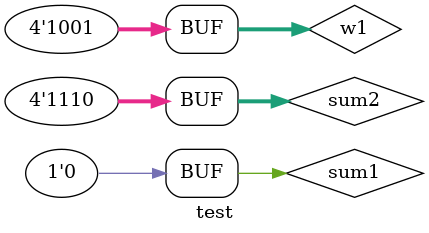
<source format=v>
module test;
		wire [3:0] w1 = 4'b1001;
		wire [3:0] sum2;
	
		assign sum1 = & w1;
		assign sum2 = {{3{1'b1}}, sum1};
								
		initial
				$monitor("sum1=%1d, sum2=%4b", sum1, sum2[3:0]);
	 			// sum1=0, sum2=1110
endmodule


</source>
